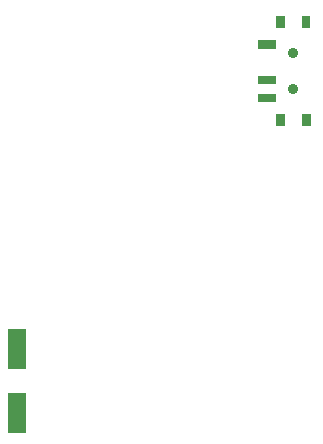
<source format=gbp>
G04 MADE WITH FRITZING*
G04 WWW.FRITZING.ORG*
G04 DOUBLE SIDED*
G04 HOLES PLATED*
G04 CONTOUR ON CENTER OF CONTOUR VECTOR*
%ASAXBY*%
%FSLAX23Y23*%
%MOIN*%
%OFA0B0*%
%SFA1.0B1.0*%
%ADD10C,0.035433*%
%ADD11R,0.062992X0.137795*%
%ADD12R,0.031496X0.039370*%
%LNPASTEMASK0*%
G90*
G70*
G54D10*
X2772Y1484D03*
X2772Y1365D03*
X2772Y1484D03*
X2772Y1365D03*
X2772Y1484D03*
X2772Y1365D03*
G54D11*
X1851Y499D03*
X1851Y286D03*
G54D12*
X2815Y1588D03*
G36*
X2713Y1608D02*
X2744Y1608D01*
X2744Y1568D01*
X2713Y1568D01*
X2713Y1608D01*
G37*
D02*
G36*
X2799Y1281D02*
X2831Y1281D01*
X2831Y1241D01*
X2799Y1241D01*
X2799Y1281D01*
G37*
D02*
G36*
X2713Y1281D02*
X2744Y1281D01*
X2744Y1241D01*
X2713Y1241D01*
X2713Y1281D01*
G37*
D02*
G36*
X2654Y1527D02*
X2713Y1527D01*
X2713Y1499D01*
X2654Y1499D01*
X2654Y1527D01*
G37*
D02*
G36*
X2654Y1409D02*
X2713Y1409D01*
X2713Y1381D01*
X2654Y1381D01*
X2654Y1409D01*
G37*
D02*
G36*
X2654Y1350D02*
X2713Y1350D01*
X2713Y1322D01*
X2654Y1322D01*
X2654Y1350D01*
G37*
D02*
G04 End of PasteMask0*
M02*
</source>
